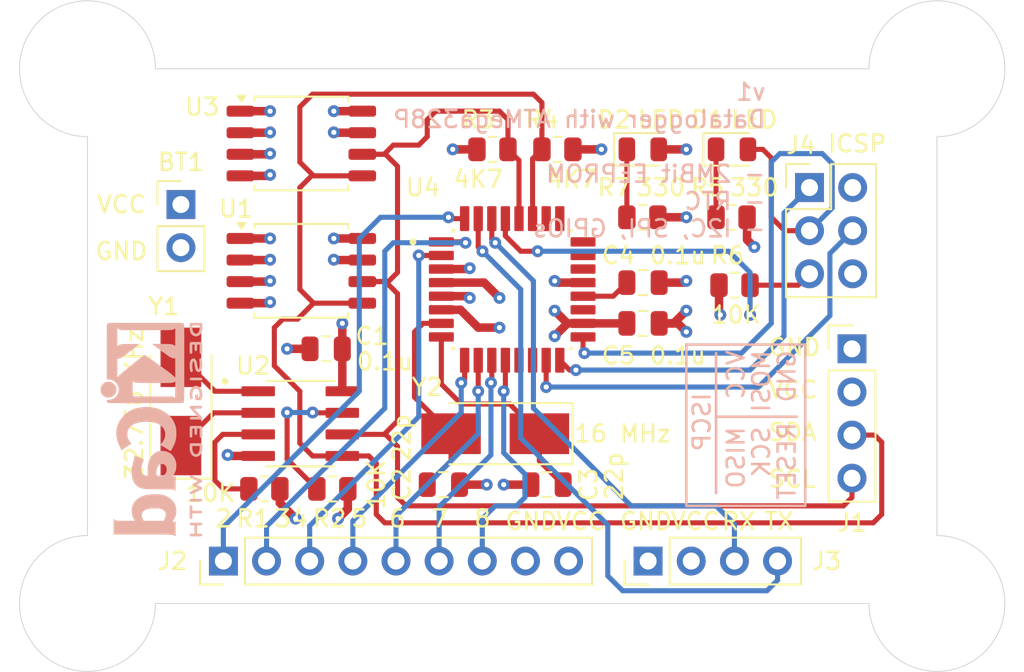
<source format=kicad_pcb>
(kicad_pcb (version 20241229) (generator "pcbnew") (generator_version "9.0")
  (title_block (title "${project_name}") (date "2025-05-21") (rev "1") (company "${author}") (comment 1 "2 Layer PCB"))
  (layers (0 "F.Cu" signal) (4 "In1.Cu" signal) (6 "In2.Cu" signal) (2 "B.Cu" signal) (13 "F.Paste" user) (15 "B.Paste" user) (5 "F.SilkS" user "F.Silkscreen") (7 "B.SilkS" user "B.Silkscreen") (1 "F.Mask" user) (3 "B.Mask" user) (25 "Edge.Cuts" user))
  (property "author" "Ing. Andrés Chaparro")
  (property "project_name" "MCU Datalogger with Memory and Clock")
  (net 0 "")
  (net 1 "VCC")
  (net 2 "GND")
  (net 3 "/XTAL_1")
  (net 4 "/XTAL_2")
  (net 5 "/AREF")
  (net 6 "/D1_K")
  (net 7 "/SCK")
  (net 8 "/D2_K")
  (net 9 "/SCL")
  (net 10 "/SDA")
  (net 11 "/D7")
  (net 12 "/D3")
  (net 13 "/D6")
  (net 14 "/D8")
  (net 15 "/D5")
  (net 16 "/D2")
  (net 17 "/D4")
  (net 18 "/RX")
  (net 19 "/TX")
  (net 20 "/MOSI")
  (net 21 "/MISO")
  (net 22 "/RESET")
  (net 23 "/INTA")
  (net 24 "/SQW")
  (net 25 "/Y1_X1")
  (net 26 "/Y1_X2")
  (footprint "Connector_PinHeader_2.54mm:PinHeader_2x03_P2.54mm_Vertical" (layer "F.Cu") (at 142.5 77)
    (property "Reference" "J4" (at -0.5 -2.5 0) (layer "F.SilkS"))
    (property "Value" "Conn_02x03_Odd_Even")
    (pad "1" thru_hole rect (at 0 0) (size 1.7 1.7) (drill 1) (layers "*.Cu" "*.Mask") (net 21 "/MISO"))
    (pad "2" thru_hole circle (at 2.54 0) (size 1.7 1.7) (drill 1) (layers "*.Cu" "*.Mask") (net 1 "VCC"))
    (pad "3" thru_hole circle (at 0 2.54) (size 1.7 1.7) (drill 1) (layers "*.Cu" "*.Mask") (net 7 "/SCK"))
    (pad "4" thru_hole circle (at 2.54 2.54) (size 1.7 1.7) (drill 1) (layers "*.Cu" "*.Mask") (net 20 "/MOSI"))
    (pad "5" thru_hole circle (at 0 5.08) (size 1.7 1.7) (drill 1) (layers "*.Cu" "*.Mask") (net 22 "/RESET"))
    (pad "6" thru_hole circle (at 2.54 5.08) (size 1.7 1.7) (drill 1) (layers "*.Cu" "*.Mask") (net 2 "GND"))
  )
  (footprint "Crystal:Crystal_SMD_5032-2Pin_5.0x3.2mm_HandSoldering" (layer "F.Cu") (at 124 91.5 180)
    (property "Reference" "Y2" (at 4 2.75 0) (layer "F.SilkS"))
    (property "Value" "16 MHz" (at -7.5 0 0) (layer "F.SilkS"))
    (pad "1" smd rect (at -2.6 0 180) (size 3.5 2.4) (layers "F.Cu" "F.Mask" "F.Paste") (net 4 "/XTAL_2"))
    (pad "2" smd rect (at 2.6 0 180) (size 3.5 2.4) (layers "F.Cu" "F.Mask" "F.Paste") (net 3 "/XTAL_1"))
  )
  (footprint "Package_SO:SOIC-8_5.3x5.3mm_P1.27mm" (layer "F.Cu") (at 112.5875 74.405)
    (property "Reference" "U3" (at -5.8375 -2.155 0) (layer "F.SilkS"))
    (property "Value" "24LC1025")
    (pad "1" smd roundrect (at -3.5875 -1.905) (size 1.625 0.65) (layers "F.Cu" "F.Mask" "F.Paste") (net 1 "VCC"))
    (pad "2" smd roundrect (at -3.5875 -0.635) (size 1.625 0.65) (layers "F.Cu" "F.Mask" "F.Paste") (net 2 "GND"))
    (pad "3" smd roundrect (at -3.5875 0.635) (size 1.625 0.65) (layers "F.Cu" "F.Mask" "F.Paste") (net 1 "VCC"))
    (pad "4" smd roundrect (at -3.5875 1.905) (size 1.625 0.65) (layers "F.Cu" "F.Mask" "F.Paste") (net 2 "GND"))
    (pad "5" smd roundrect (at 3.5875 1.905) (size 1.625 0.65) (layers "F.Cu" "F.Mask" "F.Paste") (net 10 "/SDA"))
    (pad "6" smd roundrect (at 3.5875 0.635) (size 1.625 0.65) (layers "F.Cu" "F.Mask" "F.Paste") (net 9 "/SCL"))
    (pad "7" smd roundrect (at 3.5875 -0.635) (size 1.625 0.65) (layers "F.Cu" "F.Mask" "F.Paste") (net 2 "GND"))
    (pad "8" smd roundrect (at 3.5875 -1.905) (size 1.625 0.65) (layers "F.Cu" "F.Mask" "F.Paste") (net 1 "VCC"))
  )
  (footprint "Resistor_SMD:R_0805_2012Metric" (layer "F.Cu") (at 138.0875 82.75)
    (property "Reference" "R6" (at -0.4125 -1.75 0) (layer "F.SilkS"))
    (property "Value" "10K" (at 0.0875 1.75 0) (layer "F.SilkS"))
    (pad "1" smd roundrect (at -0.9125 0) (size 1.025 1.4) (layers "F.Cu" "F.Mask" "F.Paste") (roundrect_rratio 0.243902) (net 1 "VCC"))
    (pad "2" smd roundrect (at 0.9125 0) (size 1.025 1.4) (layers "F.Cu" "F.Mask" "F.Paste") (roundrect_rratio 0.243902) (net 22 "/RESET"))
  )
  (footprint "Capacitor_SMD:C_0805_2012Metric" (layer "F.Cu") (at 114.05 86.5 180)
    (property "Reference" "C1" (at -2.7 0.75 0) (layer "F.SilkS"))
    (property "Value" "0.1u" (at -3.45 -0.75 0) (layer "F.SilkS"))
    (pad "1" smd roundrect (at -0.95 0 180) (size 1 1.45) (layers "F.Cu" "F.Mask" "F.Paste") (net 1 "VCC"))
    (pad "2" smd roundrect (at 0.95 0 180) (size 1 1.45) (layers "F.Cu" "F.Mask" "F.Paste") (net 2 "GND"))
  )
  (footprint "LED_SMD:LED_0805_2012Metric" (layer "F.Cu") (at 132.6875 74.75)
    (property "Reference" "D2" (at -1.6875 -1.75 0) (layer "F.SilkS"))
    (property "Value" "LED" (at 1.0625 -1.75 0) (layer "F.SilkS"))
    (pad "1" smd roundrect (at -0.9375 0) (size 0.975 1.4) (layers "F.Cu" "F.Mask" "F.Paste") (net 8 "/D2_K"))
    (pad "2" smd roundrect (at 0.9375 0) (size 0.975 1.4) (layers "F.Cu" "F.Mask" "F.Paste") (net 1 "VCC"))
  )
  (footprint "MountingHole:MountingHole_2.1mm" (layer "F.Cu") (at 150 101.5)
    (property "Reference" "H4")
    (property "Value" "MountingHole")
    (pad "" np_thru_hole circle (at 0 0) (size 2.1 2.1) (drill 2.1) (layers "*.Cu" "*.Mask"))
  )
  (footprint "Connector_PinHeader_2.54mm:PinHeader_1x09_P2.54mm_Vertical" (layer "F.Cu") (at 108 99 90)
    (property "Reference" "J2" (at 0 -3 180) (layer "F.SilkS"))
    (property "Value" "Conn_01x09_Pin")
    (pad "1" thru_hole rect (at 0 0 90) (size 1.7 1.7) (drill 1) (layers "*.Cu" "*.Mask") (net 16 "/D2"))
    (pad "2" thru_hole circle (at 0 2.54 90) (size 1.7 1.7) (drill 1) (layers "*.Cu" "*.Mask") (net 12 "/D3"))
    (pad "3" thru_hole circle (at 0 5.08 90) (size 1.7 1.7) (drill 1) (layers "*.Cu" "*.Mask") (net 17 "/D4"))
    (pad "4" thru_hole circle (at 0 7.62 90) (size 1.7 1.7) (drill 1) (layers "*.Cu" "*.Mask") (net 15 "/D5"))
    (pad "5" thru_hole circle (at 0 10.16 90) (size 1.7 1.7) (drill 1) (layers "*.Cu" "*.Mask") (net 13 "/D6"))
    (pad "6" thru_hole circle (at 0 12.7 90) (size 1.7 1.7) (drill 1) (layers "*.Cu" "*.Mask") (net 11 "/D7"))
    (pad "7" thru_hole circle (at 0 15.24 90) (size 1.7 1.7) (drill 1) (layers "*.Cu" "*.Mask") (net 14 "/D8"))
    (pad "8" thru_hole circle (at 0 17.78 90) (size 1.7 1.7) (drill 1) (layers "*.Cu" "*.Mask") (net 2 "GND"))
    (pad "9" thru_hole circle (at 0 20.32 90) (size 1.7 1.7) (drill 1) (layers "*.Cu" "*.Mask") (net 1 "VCC"))
  )
  (footprint "Connector_PinHeader_2.54mm:PinHeader_1x04_P2.54mm_Vertical" (layer "F.Cu") (at 133 99 90)
    (property "Reference" "J3" (at 0 10.5 0) (layer "F.SilkS"))
    (property "Value" "Conn_01x04_Pin")
    (pad "1" thru_hole rect (at 0 0 90) (size 1.7 1.7) (drill 1) (layers "*.Cu" "*.Mask") (net 2 "GND"))
    (pad "2" thru_hole circle (at 0 2.54 90) (size 1.7 1.7) (drill 1) (layers "*.Cu" "*.Mask") (net 1 "VCC"))
    (pad "3" thru_hole circle (at 0 5.08 90) (size 1.7 1.7) (drill 1) (layers "*.Cu" "*.Mask") (net 18 "/RX"))
    (pad "4" thru_hole circle (at 0 7.62 90) (size 1.7 1.7) (drill 1) (layers "*.Cu" "*.Mask") (net 19 "/TX"))
  )
  (footprint "LED_SMD:LED_0805_2012Metric" (layer "F.Cu") (at 137.9375 74.75)
    (property "Reference" "D1" (at -1.4375 -1.75 0) (layer "F.SilkS"))
    (property "Value" "LED" (at 1.3125 -1.75 0) (layer "F.SilkS"))
    (pad "1" smd roundrect (at -0.9375 0) (size 0.975 1.4) (layers "F.Cu" "F.Mask" "F.Paste") (net 6 "/D1_K"))
    (pad "2" smd roundrect (at 0.9375 0) (size 0.975 1.4) (layers "F.Cu" "F.Mask" "F.Paste") (net 7 "/SCK"))
  )
  (footprint "Resistor_SMD:R_0805_2012Metric" (layer "F.Cu") (at 137.9125 78.75)
    (property "Reference" "R5" (at -1.4125 -1.75 0) (layer "F.SilkS"))
    (property "Value" "330" (at 1.3375 -1.75 0) (layer "F.SilkS"))
    (pad "1" smd roundrect (at -0.9125 0) (size 1.025 1.4) (layers "F.Cu" "F.Mask" "F.Paste") (roundrect_rratio 0.243902) (net 6 "/D1_K"))
    (pad "2" smd roundrect (at 0.9125 0) (size 1.025 1.4) (layers "F.Cu" "F.Mask" "F.Paste") (roundrect_rratio 0.243902) (net 2 "GND"))
  )
  (footprint "Connector_PinHeader_2.54mm:PinHeader_1x04_P2.54mm_Vertical" (layer "F.Cu") (at 145 86.5)
    (property "Reference" "J1" (at 0 10.25 0) (layer "F.SilkS"))
    (property "Value" "Conn_01x04_Pin")
    (pad "1" thru_hole rect (at 0 0) (size 1.7 1.7) (drill 1) (layers "*.Cu" "*.Mask") (net 2 "GND"))
    (pad "2" thru_hole circle (at 0 2.54) (size 1.7 1.7) (drill 1) (layers "*.Cu" "*.Mask") (net 1 "VCC"))
    (pad "3" thru_hole circle (at 0 5.08) (size 1.7 1.7) (drill 1) (layers "*.Cu" "*.Mask") (net 10 "/SDA"))
    (pad "4" thru_hole circle (at 0 7.62) (size 1.7 1.7) (drill 1) (layers "*.Cu" "*.Mask") (net 9 "/SCL"))
  )
  (footprint "Capacitor_SMD:C_0805_2012Metric" (layer "F.Cu") (at 120.95 94.5)
    (property "Reference" "C2" (at -2.45 0 90) (layer "F.SilkS"))
    (property "Value" "22p" (at -2.45 -2.75 90) (layer "F.SilkS"))
    (pad "1" smd roundrect (at -0.95 0) (size 1 1.45) (layers "F.Cu" "F.Mask" "F.Paste") (net 3 "/XTAL_1"))
    (pad "2" smd roundrect (at 0.95 0) (size 1 1.45) (layers "F.Cu" "F.Mask" "F.Paste") (net 2 "GND"))
  )
  (footprint "Capacitor_SMD:C_0805_2012Metric" (layer "F.Cu") (at 132.7 85)
    (property "Reference" "C5" (at -1.45 1.9 0) (layer "F.SilkS"))
    (property "Value" "0.1u" (at 2.05 1.9 0) (layer "F.SilkS"))
    (pad "1" smd roundrect (at -0.95 0) (size 1 1.45) (layers "F.Cu" "F.Mask" "F.Paste") (net 1 "VCC"))
    (pad "2" smd roundrect (at 0.95 0) (size 1 1.45) (layers "F.Cu" "F.Mask" "F.Paste") (net 2 "GND"))
  )
  (footprint "Footprints:SOIC127P600X175-8N" (layer "F.Cu") (at 112.525 90.905)
    (property "Reference" "U2" (at -2.775 -3.405 0) (layer "F.SilkS"))
    (property "Value" "DS1337S_")
    (pad "1" smd roundrect (at -2.475 -1.905) (size 1.97 0.59) (layers "F.Cu" "F.Mask" "F.Paste") (roundrect_rratio 0.125) (net 25 "/Y1_X1"))
    (pad "2" smd roundrect (at -2.475 -0.635) (size 1.97 0.59) (layers "F.Cu" "F.Mask" "F.Paste") (roundrect_rratio 0.125) (net 26 "/Y1_X2"))
    (pad "3" smd roundrect (at -2.475 0.635) (size 1.97 0.59) (layers "F.Cu" "F.Mask" "F.Paste") (roundrect_rratio 0.125) (net 23 "/INTA"))
    (pad "4" smd roundrect (at -2.475 1.905) (size 1.97 0.59) (layers "F.Cu" "F.Mask" "F.Paste") (roundrect_rratio 0.125) (net 2 "GND"))
    (pad "5" smd roundrect (at 2.475 1.905) (size 1.97 0.59) (layers "F.Cu" "F.Mask" "F.Paste") (roundrect_rratio 0.125) (net 10 "/SDA"))
    (pad "6" smd roundrect (at 2.475 0.635) (size 1.97 0.59) (layers "F.Cu" "F.Mask" "F.Paste") (roundrect_rratio 0.125) (net 9 "/SCL"))
    (pad "7" smd roundrect (at 2.475 -0.635) (size 1.97 0.59) (layers "F.Cu" "F.Mask" "F.Paste") (roundrect_rratio 0.125) (net 24 "/SQW"))
    (pad "8" smd roundrect (at 2.475 -1.905) (size 1.97 0.59) (layers "F.Cu" "F.Mask" "F.Paste") (roundrect_rratio 0.125) (net 1 "VCC"))
  )
  (footprint "Footprints:QFP80P900X900X120-32N" (layer "F.Cu") (at 125 83)
    (property "Reference" "U4" (at -5.25 -6 0) (layer "F.SilkS"))
    (property "Value" "ATMEGA328P-AU")
    (pad "1" smd roundrect (at -4.17 -2.8) (size 1.47 0.55) (layers "F.Cu" "F.Mask" "F.Paste") (roundrect_rratio 0.125) (net 12 "/D3"))
    (pad "2" smd roundrect (at -4.17 -2) (size 1.47 0.55) (layers "F.Cu" "F.Mask" "F.Paste") (roundrect_rratio 0.125) (net 17 "/D4"))
    (pad "3" smd roundrect (at -4.17 -1.2) (size 1.47 0.55) (layers "F.Cu" "F.Mask" "F.Paste") (roundrect_rratio 0.125) (net 2 "GND"))
    (pad "4" smd roundrect (at -4.17 -0.4) (size 1.47 0.55) (layers "F.Cu" "F.Mask" "F.Paste") (roundrect_rratio 0.125) (net 1 "VCC"))
    (pad "5" smd roundrect (at -4.17 0.4) (size 1.47 0.55) (layers "F.Cu" "F.Mask" "F.Paste") (roundrect_rratio 0.125) (net 2 "GND"))
    (pad "6" smd roundrect (at -4.17 1.2) (size 1.47 0.55) (layers "F.Cu" "F.Mask" "F.Paste") (roundrect_rratio 0.125) (net 1 "VCC"))
    (pad "7" smd roundrect (at -4.17 2) (size 1.47 0.55) (layers "F.Cu" "F.Mask" "F.Paste") (roundrect_rratio 0.125) (net 3 "/XTAL_1"))
    (pad "8" smd roundrect (at -4.17 2.8) (size 1.47 0.55) (layers "F.Cu" "F.Mask" "F.Paste") (roundrect_rratio 0.125) (net 4 "/XTAL_2"))
    (pad "9" smd roundrect (at -2.8 4.17) (size 0.55 1.47) (layers "F.Cu" "F.Mask" "F.Paste") (roundrect_rratio 0.125) (net 15 "/D5"))
    (pad "10" smd roundrect (at -2 4.17) (size 0.55 1.47) (layers "F.Cu" "F.Mask" "F.Paste") (roundrect_rratio 0.125) (net 13 "/D6"))
    (pad "11" smd roundrect (at -1.2 4.17) (size 0.55 1.47) (layers "F.Cu" "F.Mask" "F.Paste") (roundrect_rratio 0.125) (net 11 "/D7"))
    (pad "12" smd roundrect (at -0.4 4.17) (size 0.55 1.47) (layers "F.Cu" "F.Mask" "F.Paste") (roundrect_rratio 0.125) (net 14 "/D8"))
    (pad "13" smd roundrect (at 0.4 4.17) (size 0.55 1.47) (layers "F.Cu" "F.Mask" "F.Paste") (roundrect_rratio 0.125))
    (pad "14" smd roundrect (at 1.2 4.17) (size 0.55 1.47) (layers "F.Cu" "F.Mask" "F.Paste") (roundrect_rratio 0.125))
    (pad "15" smd roundrect (at 2 4.17) (size 0.55 1.47) (layers "F.Cu" "F.Mask" "F.Paste") (roundrect_rratio 0.125) (net 20 "/MOSI"))
    (pad "16" smd roundrect (at 2.8 4.17) (size 0.55 1.47) (layers "F.Cu" "F.Mask" "F.Paste") (roundrect_rratio 0.125) (net 21 "/MISO"))
    (pad "17" smd roundrect (at 4.17 2.8) (size 1.47 0.55) (layers "F.Cu" "F.Mask" "F.Paste") (roundrect_rratio 0.125) (net 7 "/SCK"))
    (pad "18" smd roundrect (at 4.17 2) (size 1.47 0.55) (layers "F.Cu" "F.Mask" "F.Paste") (roundrect_rratio 0.125) (net 1 "VCC"))
    (pad "19" smd roundrect (at 4.17 1.2) (size 1.47 0.55) (layers "F.Cu" "F.Mask" "F.Paste") (roundrect_rratio 0.125))
    (pad "20" smd roundrect (at 4.17 0.4) (size 1.47 0.55) (layers "F.Cu" "F.Mask" "F.Paste") (roundrect_rratio 0.125) (net 5 "/AREF"))
    (pad "21" smd roundrect (at 4.17 -0.4) (size 1.47 0.55) (layers "F.Cu" "F.Mask" "F.Paste") (roundrect_rratio 0.125) (net 2 "GND"))
    (pad "22" smd roundrect (at 4.17 -1.2) (size 1.47 0.55) (layers "F.Cu" "F.Mask" "F.Paste") (roundrect_rratio 0.125))
    (pad "23" smd roundrect (at 4.17 -2) (size 1.47 0.55) (layers "F.Cu" "F.Mask" "F.Paste") (roundrect_rratio 0.125))
    (pad "24" smd roundrect (at 4.17 -2.8) (size 1.47 0.55) (layers "F.Cu" "F.Mask" "F.Paste") (roundrect_rratio 0.125))
    (pad "25" smd roundrect (at 2.8 -4.17) (size 0.55 1.47) (layers "F.Cu" "F.Mask" "F.Paste") (roundrect_rratio 0.125))
    (pad "26" smd roundrect (at 2 -4.17) (size 0.55 1.47) (layers "F.Cu" "F.Mask" "F.Paste") (roundrect_rratio 0.125))
    (pad "27" smd roundrect (at 1.2 -4.17) (size 0.55 1.47) (layers "F.Cu" "F.Mask" "F.Paste") (roundrect_rratio 0.125) (net 10 "/SDA"))
    (pad "28" smd roundrect (at 0.4 -4.17) (size 0.55 1.47) (layers "F.Cu" "F.Mask" "F.Paste") (roundrect_rratio 0.125) (net 9 "/SCL"))
    (pad "29" smd roundrect (at -0.4 -4.17) (size 0.55 1.47) (layers "F.Cu" "F.Mask" "F.Paste") (roundrect_rratio 0.125) (net 22 "/RESET"))
    (pad "30" smd roundrect (at -1.2 -4.17) (size 0.55 1.47) (layers "F.Cu" "F.Mask" "F.Paste") (roundrect_rratio 0.125) (net 18 "/RX"))
    (pad "31" smd roundrect (at -2 -4.17) (size 0.55 1.47) (layers "F.Cu" "F.Mask" "F.Paste") (roundrect_rratio 0.125) (net 19 "/TX"))
    (pad "32" smd roundrect (at -2.8 -4.17) (size 0.55 1.47) (layers "F.Cu" "F.Mask" "F.Paste") (roundrect_rratio 0.125) (net 16 "/D2"))
  )
  (footprint "Resistor_SMD:R_0805_2012Metric" (layer "F.Cu") (at 127.6625 74.75 180)
    (property "Reference" "R4" (at 0.9125 1.75 0) (layer "F.SilkS"))
    (property "Value" "4K7" (at -0.8375 -1.75 0) (layer "F.SilkS"))
    (pad "1" smd roundrect (at -0.9125 0 180) (size 1.025 1.4) (layers "F.Cu" "F.Mask" "F.Paste") (roundrect_rratio 0.243902) (net 1 "VCC"))
    (pad "2" smd roundrect (at 0.9125 0 180) (size 1.025 1.4) (layers "F.Cu" "F.Mask" "F.Paste") (roundrect_rratio 0.243902) (net 10 "/SDA"))
  )
  (footprint "MountingHole:MountingHole_2.1mm" (layer "F.Cu") (at 100 101.5)
    (property "Reference" "H2")
    (property "Value" "MountingHole")
    (pad "" np_thru_hole circle (at 0 0) (size 2.1 2.1) (drill 2.1) (layers "*.Cu" "*.Mask"))
  )
  (footprint "Capacitor_SMD:C_0805_2012Metric" (layer "F.Cu") (at 132.7 82.6)
    (property "Reference" "C4" (at -1.45 -1.6 0) (layer "F.SilkS"))
    (property "Value" "0.1u" (at 2.05 -1.6 0) (layer "F.SilkS"))
    (pad "1" smd roundrect (at -0.95 0) (size 1 1.45) (layers "F.Cu" "F.Mask" "F.Paste") (net 5 "/AREF"))
    (pad "2" smd roundrect (at 0.95 0) (size 1 1.45) (layers "F.Cu" "F.Mask" "F.Paste") (net 2 "GND"))
  )
  (footprint "Resistor_SMD:R_0805_2012Metric" (layer "F.Cu") (at 114.4125 94.75 180)
    (property "Reference" "R2" (at 0.1625 -1.75 0) (layer "F.SilkS"))
    (property "Value" "10K" (at -2.5875 0.25 90) (layer "F.SilkS"))
    (pad "1" smd roundrect (at -0.9125 0 180) (size 1.025 1.4) (layers "F.Cu" "F.Mask" "F.Paste") (roundrect_rratio 0.243902) (net 1 "VCC"))
    (pad "2" smd roundrect (at 0.9125 0 180) (size 1.025 1.4) (layers "F.Cu" "F.Mask" "F.Paste") (roundrect_rratio 0.243902) (net 24 "/SQW"))
  )
  (footprint "MountingHole:MountingHole_2.1mm" (layer "F.Cu") (at 100 70)
    (property "Reference" "H1")
    (property "Value" "MountingHole")
    (pad "" np_thru_hole circle (at 0 0) (size 2.1 2.1) (drill 2.1) (layers "*.Cu" "*.Mask"))
  )
  (footprint "MountingHole:MountingHole_2.1mm" (layer "F.Cu") (at 150 70)
    (property "Reference" "H3")
    (property "Value" "MountingHole")
    (pad "" np_thru_hole circle (at 0 0) (size 2.1 2.1) (drill 2.1) (layers "*.Cu" "*.Mask"))
  )
  (footprint "Crystal:Crystal_SMD_5032-2Pin_5.0x3.2mm_HandSoldering" (layer "F.Cu") (at 105.5 89.6 90)
    (property "Reference" "Y1" (at 5.6 -1 0) (layer "F.SilkS"))
    (property "Value" "32.768 KHz" (at -0.15 -2.75 90) (layer "F.SilkS"))
    (pad "1" smd rect (at -2.6 0 90) (size 3.5 2.4) (layers "F.Cu" "F.Mask" "F.Paste") (net 26 "/Y1_X2"))
    (pad "2" smd rect (at 2.6 0 90) (size 3.5 2.4) (layers "F.Cu" "F.Mask" "F.Paste") (net 25 "/Y1_X1"))
  )
  (footprint "Resistor_SMD:R_0805_2012Metric" (layer "F.Cu") (at 123.8375 74.75)
    (property "Reference" "R3" (at -0.8375 -1.75 0) (layer "F.SilkS"))
    (property "Value" "4K7" (at -0.8375 1.75 0) (layer "F.SilkS"))
    (pad "1" smd roundrect (at -0.9125 0) (size 1.025 1.4) (layers "F.Cu" "F.Mask" "F.Paste") (roundrect_rratio 0.243902) (net 1 "VCC"))
    (pad "2" smd roundrect (at 0.9125 0) (size 1.025 1.4) (layers "F.Cu" "F.Mask" "F.Paste") (roundrect_rratio 0.243902) (net 9 "/SCL"))
  )
  (footprint "Resistor_SMD:R_0805_2012Metric" (layer "F.Cu") (at 132.6625 78.75)
    (property "Reference" "R7" (at -1.6625 -1.75 0) (layer "F.SilkS"))
    (property "Value" "330" (at 1.0875 -1.75 0) (layer "F.SilkS"))
    (pad "1" smd roundrect (at -0.9125 0) (size 1.025 1.4) (layers "F.Cu" "F.Mask" "F.Paste") (roundrect_rratio 0.243902) (net 8 "/D2_K"))
    (pad "2" smd roundrect (at 0.9125 0) (size 1.025 1.4) (layers "F.Cu" "F.Mask" "F.Paste") (roundrect_rratio 0.243902) (net 2 "GND"))
  )
  (footprint "Capacitor_SMD:C_0805_2012Metric" (layer "F.Cu") (at 127.05 94.5 180)
    (property "Reference" "C3" (at -2.45 0 90) (layer "F.SilkS"))
    (property "Value" "22p" (at -3.95 0.5 90) (layer "F.SilkS"))
    (pad "1" smd roundrect (at -0.95 0 180) (size 1 1.45) (layers "F.Cu" "F.Mask" "F.Paste") (net 4 "/XTAL_2"))
    (pad "2" smd roundrect (at 0.95 0 180) (size 1 1.45) (layers "F.Cu" "F.Mask" "F.Paste") (net 2 "GND"))
  )
  (footprint "Resistor_SMD:R_0805_2012Metric" (layer "F.Cu") (at 110.4125 94.75 180)
    (property "Reference" "R1" (at 0.6625 -1.75 0) (layer "F.SilkS"))
    (property "Value" "10K" (at 3.1625 -0.25 0) (layer "F.SilkS"))
    (pad "1" smd roundrect (at -0.9125 0 180) (size 1.025 1.4) (layers "F.Cu" "F.Mask" "F.Paste") (roundrect_rratio 0.243902) (net 1 "VCC"))
    (pad "2" smd roundrect (at 0.9125 0 180) (size 1.025 1.4) (layers "F.Cu" "F.Mask" "F.Paste") (roundrect_rratio 0.243902) (net 23 "/INTA"))
  )
  (footprint "Connector_PinHeader_2.54mm:PinHeader_1x02_P2.54mm_Vertical" (layer "F.Cu") (at 105.5 78)
    (property "Reference" "BT1" (at 0 -2.5 0) (layer "F.SilkS"))
    (property "Value" "Battery")
    (pad "1" thru_hole rect (at 0 0) (size 1.7 1.7) (drill 1) (layers "*.Cu" "*.Mask") (net 1 "VCC"))
    (pad "2" thru_hole circle (at 0 2.54) (size 1.7 1.7) (drill 1) (layers "*.Cu" "*.Mask") (net 2 "GND"))
  )
  (footprint "Package_SO:SOIC-8_5.3x5.3mm_P1.27mm" (layer "F.Cu") (at 112.5875 81.905)
    (property "Reference" "U1" (at -3.8375 -3.655 0) (layer "F.SilkS"))
    (property "Value" "24LC1025")
    (pad "1" smd roundrect (at -3.5875 -1.905) (size 1.625 0.65) (layers "F.Cu" "F.Mask" "F.Paste") (net 1 "VCC"))
    (pad "2" smd roundrect (at -3.5875 -0.635) (size 1.625 0.65) (layers "F.Cu" "F.Mask" "F.Paste") (net 1 "VCC"))
    (pad "3" smd roundrect (at -3.5875 0.635) (size 1.625 0.65) (layers "F.Cu" "F.Mask" "F.Paste") (net 1 "VCC"))
    (pad "4" smd roundrect (at -3.5875 1.905) (size 1.625 0.65) (layers "F.Cu" "F.Mask" "F.Paste") (net 2 "GND"))
    (pad "5" smd roundrect (at 3.5875 1.905) (size 1.625 0.65) (layers "F.Cu" "F.Mask" "F.Paste") (net 10 "/SDA"))
    (pad "6" smd roundrect (at 3.5875 0.635) (size 1.625 0.65) (layers "F.Cu" "F.Mask" "F.Paste") (net 9 "/SCL"))
    (pad "7" smd roundrect (at 3.5875 -0.635) (size 1.625 0.65) (layers "F.Cu" "F.Mask" "F.Paste") (net 2 "GND"))
    (pad "8" smd roundrect (at 3.5875 -1.905) (size 1.625 0.65) (layers "F.Cu" "F.Mask" "F.Paste") (net 1 "VCC"))
  )
  (footprint "Symbol:KiCad-Logo2_5mm_SilkScreen" (layer "B.Cu") (at 103.75 91.25 -90)
    (property "Reference" "REF**" (hide yes))
    (property "Value" "KiCad-Logo2_5mm_SilkScreen" (hide yes))
  )
  (gr_line (start 137 90.5) (end 141.75 90.5) (stroke (width 0.15)) (layer "B.SilkS"))
  (gr_line (start 137 95) (end 137 86.75) (stroke (width 0.15)) (layer "B.SilkS"))
  (gr_rect (start 135.25 86.25) (end 142.25 95.75) (stroke (width 0.15)) (fill no) (layer "B.SilkS"))
  (gr_arc (start 100 74) (mid 97.171573 67.171573) (end 104 70) (stroke (width 0.05)) (layer "Edge.Cuts"))
  (gr_arc (start 146 70) (mid 152.828427 67.171573) (end 150 74) (stroke (width 0.05)) (layer "Edge.Cuts"))
  (gr_line (start 150 97.5) (end 150 74) (stroke (width 0.05)) (layer "Edge.Cuts"))
  (gr_line (start 146 70) (end 104 70) (stroke (width 0.05)) (layer "Edge.Cuts"))
  (gr_line (start 104 101.5) (end 146 101.5) (stroke (width 0.05)) (layer "Edge.Cuts"))
  (gr_arc (start 104 101.5) (mid 97.171573 104.328427) (end 100 97.5) (stroke (width 0.05)) (layer "Edge.Cuts"))
  (gr_line (start 100 74) (end 100 97.5) (stroke (width 0.05)) (layer "Edge.Cuts"))
  (gr_arc (start 150 97.5) (mid 152.828427 104.328427) (end 146 101.5) (stroke (width 0.05)) (layer "Edge.Cuts"))
  (gr_text "VCC" (at 134.25 97.25 0) (layer "F.SilkS") (effects (font (size 1 1)) (justify left bottom)))
  (gr_text "TX" (at 139.75 97.25 0) (layer "F.SilkS") (effects (font (size 1 1)) (justify left bottom)))
  (gr_text "GND" (at 140 87 0) (layer "F.SilkS") (effects (font (size 1 1)) (justify left bottom)))
  (gr_text "VCC" (at 127.5 97.25 0) (layer "F.SilkS") (effects (font (size 1 1)) (justify left bottom)))
  (gr_text "RX" (at 137.25 97.25 0) (layer "F.SilkS") (effects (font (size 1 1)) (justify left bottom)))
  (gr_text "GND" (at 124.5 97.25 0) (layer "F.SilkS") (effects (font (size 1 1)) (justify left bottom)))
  (gr_text "8" (at 123.25 96.5 0) (layer "F.SilkS") (effects (font (size 1 1))))
  (gr_text "7" (at 120.75 96.5 0) (layer "F.SilkS") (effects (font (size 1 1))))
  (gr_text "SCL" (at 140 94.75 0) (layer "F.SilkS") (effects (font (size 1 1)) (justify left bottom)))
  (gr_text "6" (at 118.25 96.5 0) (layer "F.SilkS") (effects (font (size 1 1))))
  (gr_text "2" (at 108 96.5 0) (layer "F.SilkS") (effects (font (size 1 1))))
  (gr_text "SDA" (at 140 92 0) (layer "F.SilkS") (effects (font (size 1 1)) (justify left bottom)))
  (gr_text "ICSP" (at 143.5 75 0) (layer "F.SilkS") (effects (font (size 1 1)) (justify left bottom)))
  (gr_text "5" (at 116 96.5 0) (layer "F.SilkS") (effects (font (size 1 1))))
  (gr_text "VCC" (at 102 78 0) (layer "F.SilkS") (effects (font (size 1 1))))
  (gr_text "GND" (at 131.25 97.25 0) (layer "F.SilkS") (effects (font (size 1 1)) (justify left bottom)))
  (gr_text "3" (at 111.5 96.5 0) (layer "F.SilkS") (effects (font (size 1 1))))
  (gr_text "VCC" (at 140 89.5 0) (layer "F.SilkS") (effects (font (size 1 1)) (justify left bottom)))
  (gr_text "GND" (at 102 80.75 0) (layer "F.SilkS") (effects (font (size 1 1))))
  (gr_text "4" (at 112.5 96.5 0) (layer "F.SilkS") (effects (font (size 1 1))))
  (gr_text "MOSI" (at 140.25 86.5 90) (layer "B.SilkS") (effects (font (size 1 1)) (justify left bottom mirror)))
  (gr_text "MISO" (at 138.75 91 90) (layer "B.SilkS") (effects (font (size 1 1)) (justify left bottom mirror)))
  (gr_text "VCC" (at 138.75 86.5 90) (layer "B.SilkS") (effects (font (size 1 1)) (justify left bottom mirror)))
  (gr_text "ISCP" (at 136.75 89 90) (layer "B.SilkS") (effects (font (size 1 1)) (justify left bottom mirror)))
  (gr_text "GND" (at 141.75 86.5 90) (layer "B.SilkS") (effects (font (size 1 1)) (justify left bottom mirror)))
  (gr_text "SCK" (at 140.25 91 90) (layer "B.SilkS") (effects (font (size 1 1)) (justify left bottom mirror)))
  (gr_text "v1\nDatalogger with ATMega328P\n\n- 2MBit EEPROM\n- RTC\n- I2C, SPI, GPIOs" (at 140 80 0) (layer "B.SilkS") (effects (font (size 1 1)) (justify left bottom mirror)))
  (gr_text "RESET" (at 141.75 90.75 90) (layer "B.SilkS") (effects (font (size 1 1)) (justify left bottom mirror)))
  (segment (start 129.17 85) (end 128.25 85) (width 0.5) (layer "F.Cu") (net 1))
  (segment (start 121.95 84.2) (end 120.83 84.2) (width 0.5) (layer "F.Cu") (net 1))
  (segment (start 115 86.5) (end 115 85) (width 0.5) (layer "F.Cu") (net 1))
  (segment (start 110.73 81.27) (end 110.75 81.25) (width 0.5) (layer "F.Cu") (net 1))
  (segment (start 123 85.25) (end 121.95 84.2) (width 0.5) (layer "F.Cu") (net 1))
  (segment (start 131.75 85) (end 129.17 85) (width 0.5) (layer "F.Cu") (net 1))
  (segment (start 122.925 74.75) (end 121.5 74.75) (width 0.5) (layer "F.Cu") (net 1))
  (segment (start 115 89) (end 115 86.5) (width 0.5) (layer "F.Cu") (net 1))
  (segment (start 110.71 75.04) (end 110.75 75) (width 0.5) (layer "F.Cu") (net 1))
  (segment (start 109 80) (end 110.75 80) (width 0.5) (layer "F.Cu") (net 1))
  (segment (start 123.35 82.6) (end 124.25 83.5) (width 0.5) (layer "F.Cu") (net 1))
  (segment (start 137.175 84.425) (end 137.25 84.5) (width 0.5) (layer "F.Cu") (net 1))
  (segment (start 128.25 85) (end 127.5 85.75) (width 0.5) (layer "F.Cu") (net 1))
  (segment (start 115.325 94.75) (end 115.325 95.925) (width 0.5) (layer "F.Cu") (net 1))
  (segment (start 128.25 85) (end 127.5 84.25) (width 0.5) (layer "F.Cu") (net 1))
  (segment (start 109 82.54) (end 110.71 82.54) (width 0.5) (layer "F.Cu") (net 1))
  (segment (start 137.175 82.75) (end 137.175 84.425) (width 0.5) (layer "F.Cu") (net 1))
  (segment (start 115.325 95.925) (end 114.75 96.5) (width 0.5) (layer "F.Cu") (net 1))
  (segment (start 115.25 94.75) (end 115.325 94.75) (width 0.5) (layer "F.Cu") (net 1))
  (segment (start 116.175 72.5) (end 114.5 72.5) (width 0.5) (layer "F.Cu") (net 1))
  (segment (start 124.25 85.25) (end 123 85.25) (width 0.5) (layer "F.Cu") (net 1))
  (segment (start 133.625 74.75) (end 135 74.75) (width 0.5) (layer "F.Cu") (net 1))
  (segment (start 109 72.5) (end 110.75 72.5) (width 0.5) (layer "F.Cu") (net 1))
  (segment (start 109 81.27) (end 110.73 81.27) (width 0.5) (layer "F.Cu") (net 1))
  (segment (start 109 75.04) (end 110.71 75.04) (width 0.5) (layer "F.Cu") (net 1))
  (segment (start 116.175 80) (end 114.5 80) (width 0.5) (layer "F.Cu") (net 1))
  (segment (start 111.325 94.75) (end 111.325 95.575) (width 0.5) (layer "F.Cu") (net 1))
  (segment (start 110.71 82.54) (end 110.75 82.5) (width 0.5) (layer "F.Cu") (net 1))
  (segment (start 111.325 95.575) (end 112.25 96.5) (width 0.5) (layer "F.Cu") (net 1))
  (segment (start 123.35 82.6) (end 120.83 82.6) (width 0.5) (layer "F.Cu") (net 1))
  (segment (start 128.575 74.75) (end 130.25 74.75) (width 0.5) (layer "F.Cu") (net 1))
  (via (at 114.5 72.5) (size 0.7) (drill 0.3) (layers "F.Cu" "B.Cu") (net 1))
  (via (at 110.75 82.5) (size 0.7) (drill 0.3) (layers "F.Cu" "B.Cu") (net 1))
  (via (at 124.25 85.25) (size 0.7) (drill 0.3) (layers "F.Cu" "B.Cu") (net 1))
  (via (at 110.75 81.25) (size 0.7) (drill 0.3) (layers "F.Cu" "B.Cu") (net 1))
  (via (at 114.75 96.5) (size 0.7) (drill 0.3) (layers "F.Cu" "B.Cu") (net 1))
  (via (at 110.75 72.5) (size 0.7) (drill 0.3) (layers "F.Cu" "B.Cu") (net 1))
  (via (at 110.75 75) (size 0.7) (drill 0.3) (layers "F.Cu" "B.Cu") (net 1))
  (via (at 137.25 84.5) (size 0.7) (drill 0.3) (layers "F.Cu" "B.Cu") (net 1))
  (via (at 110.75 80) (size 0.7) (drill 0.3) (layers "F.Cu" "B.Cu") (net 1))
  (via (at 112.25 96.5) (size 0.7) (drill 0.3) (layers "F.Cu" "B.Cu") (net 1))
  (via (at 127.5 85.75) (size 0.7) (drill 0.3) (layers "F.Cu" "B.Cu") (net 1))
  (via (at 135.25 74.75) (size 0.7) (drill 0.3) (layers "F.Cu" "B.Cu") (net 1))
  (via (at 115 85) (size 0.7) (drill 0.3) (layers "F.Cu" "B.Cu") (net 1))
  (via (at 114.5 80) (size 0.7) (drill 0.3) (layers "F.Cu" "B.Cu") (net 1))
  (via (at 130.25 74.75) (size 0.7) (drill 0.3) (layers "F.Cu" "B.Cu") (net 1))
  (via (at 121.5 74.75) (size 0.7) (drill 0.3) (layers "F.Cu" "B.Cu") (net 1))
  (via (at 127.5 84.25) (size 0.7) (drill 0.3) (layers "F.Cu" "B.Cu") (net 1))
  (via (at 124.25 83.5) (size 0.7) (drill 0.3) (layers "F.Cu" "B.Cu") (net 1))
  (segment (start 114.52 73.77) (end 114.5 73.75) (width 0.5) (layer "F.Cu") (net 2))
  (segment (start 109 76.31) (end 110.69 76.31) (width 0.5) (layer "F.Cu") (net 2))
  (segment (start 122.45 81.8) (end 122.5 81.75) (width 0.5) (layer "F.Cu") (net 2))
  (segment (start 121.9 94.5) (end 123.5 94.5) (width 0.5) (layer "F.Cu") (net 2))
  (segment (start 127.6 82.6) (end 127.5 82.5) (width 0.5) (layer "F.Cu") (net 2))
  (segment (start 120.83 83.4) (end 122.4 83.4) (width 0.5) (layer "F.Cu") (net 2))
  (segment (start 134.75 85) (end 135.25 85.5) (width 0.5) (layer "F.Cu") (net 2))
  (segment (start 114.52 81.27) (end 114.5 81.25) (width 0.5) (layer "F.Cu") (net 2))
  (segment (start 138.825 80.075) (end 139.25 80.5) (width 0.5) (layer "F.Cu") (net 2))
  (segment (start 122.4 83.4) (end 122.5 83.5) (width 0.5) (layer "F.Cu") (net 2))
  (segment (start 133.575 78.75) (end 135.25 78.75) (width 0.5) (layer "F.Cu") (net 2))
  (segment (start 133.65 85) (end 134.5 85) (width 0.5) (layer "F.Cu") (net 2))
  (segment (start 129.17 82.6) (end 127.6 82.6) (width 0.5) (layer "F.Cu") (net 2))
  (segment (start 110.69 76.31) (end 110.75 76.25) (width 0.5) (layer "F.Cu") (net 2))
  (segment (start 113.1 86.5) (end 111.75 86.5) (width 0.5) (layer "F.Cu") (net 2))
  (segment (start 108.31 92.81) (end 108.25 92.75) (width 0.5) (layer "F.Cu") (net 2))
  (segment (start 116.175 73.77) (end 114.52 73.77) (width 0.5) (layer "F.Cu") (net 2))
  (segment (start 110.69 83.81) (end 110.75 83.75) (width 0.5) (layer "F.Cu") (net 2))
  (segment (start 109 73.77) (end 110.73 73.77) (width 0.5) (layer "F.Cu") (net 2))
  (segment (start 110.73 73.77) (end 110.75 73.75) (width 0.5) (layer "F.Cu") (net 2))
  (segment (start 116.175 81.27) (end 114.52 81.27) (width 0.5) (layer "F.Cu") (net 2))
  (segment (start 138.825 78.75) (end 138.825 80.075) (width 0.5) (layer "F.Cu") (net 2))
  (segment (start 109 83.81) (end 110.69 83.81) (width 0.5) (layer "F.Cu") (net 2))
  (segment (start 110.05 92.81) (end 108.31 92.81) (width 0.5) (layer "F.Cu") (net 2))
  (segment (start 135.15 82.6) (end 135.25 82.5) (width 0.5) (layer "F.Cu") (net 2))
  (segment (start 133.65 85) (end 134.75 85) (width 0.5) (layer "F.Cu") (net 2))
  (segment (start 133.65 82.6) (end 135.15 82.6) (width 0.5) (layer "F.Cu") (net 2))
  (segment (start 120.83 81.8) (end 122.45 81.8) (width 0.5) (layer "F.Cu") (net 2))
  (segment (start 126.1 94.5) (end 124.5 94.5) (width 0.5) (layer "F.Cu") (net 2))
  (segment (start 134.5 85) (end 135.25 84.25) (width 0.5) (layer "F.Cu") (net 2))
  (via (at 139.25 80.5) (size 0.7) (drill 0.3) (layers "F.Cu" "B.Cu") (net 2))
  (via (at 127.5 82.5) (size 0.7) (drill 0.3) (layers "F.Cu" "B.Cu") (net 2))
  (via (at 124.5 94.5) (size 0.7) (drill 0.3) (layers "F.Cu" "B.Cu") (net 2))
  (via (at 110.75 83.75) (size 0.7) (drill 0.3) (layers "F.Cu" "B.Cu") (net 2))
  (via (at 110.75 73.75) (size 0.7) (drill 0.3) (layers "F.Cu" "B.Cu") (net 2))
  (via (at 135.25 85.5) (size 0.7) (drill 0.3) (layers "F.Cu" "B.Cu") (net 2))
  (via (at 108.25 92.75) (size 0.7) (drill 0.3) (layers "F.Cu" "B.Cu") (net 2))
  (via (at 122.5 83.5) (size 0.7) (drill 0.3) (layers "F.Cu" "B.Cu") (net 2))
  (via (at 111.75 86.5) (size 0.7) (drill 0.3) (layers "F.Cu" "B.Cu") (net 2))
  (via (at 110.75 76.25) (size 0.7) (drill 0.3) (layers "F.Cu" "B.Cu") (net 2))
  (via (at 135.25 84.25) (size 0.7) (drill 0.3) (layers "F.Cu" "B.Cu") (net 2))
  (via (at 123.5 94.5) (size 0.7) (drill 0.3) (layers "F.Cu" "B.Cu") (net 2))
  (via (at 114.5 73.75) (size 0.7) (drill 0.3) (layers "F.Cu" "B.Cu") (net 2))
  (via (at 135.25 78.75) (size 0.7) (drill 0.3) (layers "F.Cu" "B.Cu") (net 2))
  (via (at 135.25 82.5) (size 0.7) (drill 0.3) (layers "F.Cu" "B.Cu") (net 2))
  (via (at 122.5 81.75) (size 0.7) (drill 0.3) (layers "F.Cu" "B.Cu") (net 2))
  (via (at 114.5 81.25) (size 0.7) (drill 0.3) (layers "F.Cu" "B.Cu") (net 2))
  (segment (start 119.25 85.5) (end 119.25 89.25) (width 0.3) (layer "F.Cu") (net 3))
  (segment (start 120.83 85) (end 119.75 85) (width 0.3) (layer "F.Cu") (net 3))
  (segment (start 121.4 91.5) (end 119.25 89.35) (width 0.3) (layer "F.Cu") (net 3))
  (segment (start 119.25 89.35) (end 119.25 89.25) (width 0.3) (layer "F.Cu") (net 3))
  (segment (start 121.4 93.1) (end 120 94.5) (width 0.3) (layer "F.Cu") (net 3))
  (segment (start 119.75 85) (end 119.5 85.25) (width 0.3) (layer "F.Cu") (net 3))
  (segment (start 121.4 91.5) (end 121.4 93.1) (width 0.3) (layer "F.Cu") (net 3))
  (segment (start 119.5 85.25) (end 119.25 85.5) (width 0.3) (layer "F.Cu") (net 3))
  (segment (start 126.6 93.1) (end 128 94.5) (width 0.3) (layer "F.Cu") (net 4))
  (segment (start 124.85 89.75) (end 122 89.75) (width 0.3) (layer "F.Cu") (net 4))
  (segment (start 120.83 88.58) (end 122 89.75) (width 0.3) (layer "F.Cu") (net 4))
  (segment (start 126.6 91.5) (end 124.85 89.75) (width 0.3) (layer "F.Cu") (net 4))
  (segment (start 126.6 91.5) (end 126.6 93.1) (width 0.3) (layer "F.Cu") (net 4))
  (segment (start 120.83 85.8) (end 120.83 88.58) (width 0.3) (layer "F.Cu") (net 4))
  (segment (start 129.17 83.4) (end 130.95 83.4) (width 0.3) (layer "F.Cu") (net 5))
  (segment (start 130.95 83.4) (end 131.75 82.6) (width 0.3) (layer "F.Cu") (net 5))
  (segment (start 137 74.75) (end 137 78.75) (width 0.3) (layer "F.Cu") (net 6))
  (segment (start 140.25 75.25) (end 140.25 78.75) (width 0.3) (layer "F.Cu") (net 7))
  (segment (start 129.17 85.8) (end 129.17 86.67) (width 0.3) (layer "F.Cu") (net 7))
  (segment (start 138.875 74.75) (end 139.75 74.75) (width 0.3) (layer "F.Cu") (net 7))
  (segment (start 141.04 79.54) (end 142.5 79.54) (width 0.3) (layer "F.Cu") (net 7))
  (segment (start 140.25 78.75) (end 141.04 79.54) (width 0.3) (layer "F.Cu") (net 7))
  (segment (start 129.17 86.67) (end 129.25 86.75) (width 0.3) (layer "F.Cu") (net 7))
  (segment (start 139.75 74.75) (end 140.25 75.25) (width 0.3) (layer "F.Cu") (net 7))
  (via (at 129.25 86.75) (size 0.7) (drill 0.3) (layers "F.Cu" "B.Cu") (net 7))
  (segment (start 129.25 86.75) (end 138.5 86.75) (width 0.3) (layer "B.Cu") (net 7))
  (segment (start 143.839 75.589) (end 143.839 78.201) (width 0.3) (layer "B.Cu") (net 7))
  (segment (start 139.125 86.125) (end 140.25 85) (width 0.3) (layer "B.Cu") (net 7))
  (segment (start 140.75 75) (end 143.25 75) (width 0.3) (layer "B.Cu") (net 7))
  (segment (start 143.25 75) (end 143.839 75.589) (width 0.3) (layer "B.Cu") (net 7))
  (segment (start 140.25 75.5) (end 140.75 75) (width 0.3) (layer "B.Cu") (net 7))
  (segment (start 143.839 78.201) (end 142.5 79.54) (width 0.3) (layer "B.Cu") (net 7))
  (segment (start 138.5 86.75) (end 139.125 86.125) (width 0.3) (layer "B.Cu") (net 7))
  (segment (start 140.25 85) (end 140.25 75.5) (width 0.3) (layer "B.Cu") (net 7))
  (segment (start 131.75 74.75) (end 131.75 78.75) (width 0.3) (layer "F.Cu") (net 8))
  (segment (start 118.25 82) (end 117.71 82.54) (width 0.3) (layer "F.Cu") (net 9))
  (segment (start 118.25 83.25) (end 118.25 90.75) (width 0.3) (layer "F.Cu") (net 9))
  (segment (start 116.175 75.04) (end 117.46 75.04) (width 0.3) (layer "F.Cu") (net 9))
  (segment (start 120 73) (end 120.5 72.5) (width 0.3) (layer "F.Cu") (net 9))
  (segment (start 117.54 75.04) (end 118.25 75.75) (width 0.3) (layer "F.Cu") (net 9))
  (segment (start 125.4 78.83) (end 125.4 75.4) (width 0.3) (layer "F.Cu") (net 9))
  (segment (start 124.75 73) (end 124.75 74.75) (width 0.3) (layer "F.Cu") (net 9))
  (segment (start 118 74.5) (end 119.5 74.5) (width 0.3) (layer "F.Cu") (net 9))
  (segment (start 120 74) (end 120 73) (width 0.3) (layer "F.Cu") (net 9))
  (segment (start 118.75 95.75) (end 144.5 95.75) (width 0.3) (layer "F.Cu") (net 9))
  (segment (start 117.46 91.54) (end 117.54 91.54) (width 0.3) (layer "F.Cu") (net 9))
  (segment (start 124.25 72.5) (end 124.75 73) (width 0.3) (layer "F.Cu") (net 9))
  (segment (start 115 91.54) (end 117.46 91.54) (width 0.3) (layer "F.Cu") (net 9))
  (segment (start 118.25 75.75) (end 118.25 82) (width 0.3) (layer "F.Cu") (net 9))
  (segment (start 117.71 82.54) (end 116.175 82.54) (width 0.3) (layer "F.Cu") (net 9))
  (segment (start 117.54 82.54) (end 118.25 83.25) (width 0.3) (layer "F.Cu") (net 9))
  (segment (start 118.25 90.75) (end 117.46 91.54) (width 0.3) (layer "F.Cu") (net 9))
  (segment (start 125.4 75.4) (end 124.75 74.75) (width 0.3) (layer "F.Cu") (net 9))
  (segment (start 117.46 75.04) (end 118 74.5) (width 0.3) (layer "F.Cu") (net 9))
  (segment (start 118.25 95.25) (end 118.75 95.75) (width 0.3) (layer "F.Cu") (net 9))
  (segment (start 120.5 72.5) (end 124.25 72.5) (width 0.3) (layer "F.Cu") (net 9))
  (segment (start 116.175 75.04) (end 117.54 75.04) (width 0.3) (layer "F.Cu") (net 9))
  (segment (start 118.25 92.25) (end 118.25 95.25) (width 0.3) (layer "F.Cu") (net 9))
  (segment (start 116.175 82.54) (end 117.54 82.54) (width 0.3) (layer "F.Cu") (net 9))
  (segment (start 117.54 91.54) (end 118.25 92.25) (width 0.3) (layer "F.Cu") (net 9))
  (segment (start 145 95.25) (end 145 94.12) (width 0.3) (layer "F.Cu") (net 9))
  (segment (start 144.5 95.75) (end 145 95.25) (width 0.3) (layer "F.Cu") (net 9))
  (segment (start 119.5 74.5) (end 120 74) (width 0.3) (layer "F.Cu") (net 9))
  (segment (start 113.25 71.5) (end 126.25 71.5) (width 0.3) (layer "F.Cu") (net 10))
  (segment (start 111 85.25) (end 111 87.5) (width 0.3) (layer "F.Cu") (net 10))
  (segment (start 112.5 92.06) (end 113.25 92.81) (width 0.3) (layer "F.Cu") (net 10))
  (segment (start 112.5 72.25) (end 113.25 71.5) (width 0.3) (layer "F.Cu") (net 10))
  (segment (start 116.175 76.31) (end 113.31 76.31) (width 0.3) (layer "F.Cu") (net 10))
  (segment (start 126.75 72) (end 126.75 74.75) (width 0.3) (layer "F.Cu") (net 10))
  (segment (start 146.75 96.25) (end 146.25 96.75) (width 0.3) (layer "F.Cu") (net 10))
  (segment (start 112.5 83) (end 113.31 83.81) (width 0.3) (layer "F.Cu") (net 10))
  (segment (start 116.56 92.81) (end 115 92.81) (width 0.3) (layer "F.Cu") (net 10))
  (segment (start 116.175 76.31) (end 113.19 76.31) (width 0.3) (layer "F.Cu") (net 10))
  (segment (start 113.19 76.31) (end 112.5 77) (width 0.3) (layer "F.Cu") (net 10))
  (segment (start 113.31 83.81) (end 112.37 84.75) (width 0.3) (layer "F.Cu") (net 10))
  (segment (start 126.2 78.83) (end 126.2 75.3) (width 0.3) (layer "F.Cu") (net 10))
  (segment (start 112.5 77) (end 112.5 83) (width 0.3) (layer "F.Cu") (net 10))
  (segment (start 117 93.25) (end 116.56 92.81) (width 0.3) (layer "F.Cu") (net 10))
  (segment (start 126.25 71.5) (end 126.75 72) (width 0.3) (layer "F.Cu") (net 10))
  (segment (start 112.5 89) (end 112.5 92.06) (width 0.3) (layer "F.Cu") (net 10))
  (segment (start 117.5 96.75) (end 117 96.25) (width 0.3) (layer "F.Cu") (net 10))
  (segment (start 111 87.5) (end 112.5 89) (width 0.3) (layer "F.Cu") (net 10))
  (segment (start 146.75 92) (end 146.75 96.25) (width 0.3) (layer "F.Cu") (net 10))
  (segment (start 113.25 92.81) (end 115 92.81) (width 0.3) (layer "F.Cu") (net 10))
  (segment (start 113.31 76.31) (end 112.5 75.5) (width 0.3) (layer "F.Cu") (net 10))
  (segment (start 145 91.58) (end 146.33 91.58) (width 0.3) (layer "F.Cu") (net 10))
  (segment (start 126.2 75.3) (end 126.75 74.75) (width 0.3) (layer "F.Cu") (net 10))
  (segment (start 117 96.25) (end 117 93.25) (width 0.3) (layer "F.Cu") (net 10))
  (segment (start 113.31 83.81) (end 116.175 83.81) (width 0.3) (layer "F.Cu") (net 10))
  (segment (start 112.5 75.5) (end 112.5 72.25) (width 0.3) (layer "F.Cu") (net 10))
  (segment (start 146.33 91.58) (end 146.75 92) (width 0.3) (layer "F.Cu") (net 10))
  (segment (start 112.37 84.75) (end 111.5 84.75) (width 0.3) (layer "F.Cu") (net 10))
  (segment (start 146.25 96.75) (end 117.5 96.75) (width 0.3) (layer "F.Cu") (net 10))
  (segment (start 111.5 84.75) (end 111 85.25) (width 0.3) (layer "F.Cu") (net 10))
  (segment (start 123.8 88.45) (end 123.75 88.5) (width 0.3) (layer "F.Cu") (net 11))
  (segment (start 123.8 87.17) (end 123.8 88.45) (width 0.3) (layer "F.Cu") (net 11))
  (via (at 123.75 88.5) (size 0.7) (drill 0.3) (layers "F.Cu" "B.Cu") (net 11))
  (segment (start 123.75 92.75) (end 120.7 95.8) (width 0.3) (layer "B.Cu") (net 11))
  (segment (start 120.7 95.8) (end 120.7 99) (width 0.3) (layer "B.Cu") (net 11))
  (segment (start 123.75 88.5) (end 123.75 92.75) (width 0.3) (layer "B.Cu") (net 11))
  (segment (start 120.83 80.2) (end 122.2 80.2) (width 0.3) (layer "F.Cu") (net 12))
  (segment (start 120.83 80.2) (end 120.45 80.2) (width 0.3) (layer "F.Cu") (net 12))
  (segment (start 122.2 80.2) (end 122.25 80.25) (width 0.3) (layer "F.Cu") (net 12))
  (via (at 122.25 80.25) (size 0.7) (drill 0.3) (layers "F.Cu" "B.Cu") (net 12))
  (segment (start 110.54 99) (end 110.54 96.96) (width 0.3) (layer "B.Cu") (net 12))
  (segment (start 110.54 96.96) (end 117.5 90) (width 0.3) (layer "B.Cu") (net 12))
  (segment (start 117.5 90) (end 117.5 80.75) (width 0.3) (layer "B.Cu") (net 12))
  (segment (start 117.5 80.75) (end 118 80.25) (width 0.3) (layer "B.Cu") (net 12))
  (segment (start 118 80.25) (end 122.25 80.25) (width 0.3) (layer "B.Cu") (net 12))
  (segment (start 123 87.17) (end 123 89) (width 0.3) (layer "F.Cu") (net 13))
  (via (at 123 89) (size 0.7) (drill 0.3) (layers "F.Cu" "B.Cu") (net 13))
  (segment (start 118.16 99) (end 118.16 96.34) (width 0.3) (layer "B.Cu") (net 13))
  (segment (start 118.16 96.34) (end 123 91.5) (width 0.3) (layer "B.Cu") (net 13))
  (segment (start 123 91.5) (end 123 89) (width 0.3) (layer "B.Cu") (net 13))
  (segment (start 124.6 88.9) (end 124.5 89) (width 0.3) (layer "F.Cu") (net 14))
  (segment (start 124.6 87.17) (end 124.6 88.9) (width 0.3) (layer "F.Cu") (net 14))
  (via (at 124.5 89) (size 0.7) (drill 0.3) (layers "F.Cu" "B.Cu") (net 14))
  (segment (start 123.24 99) (end 123.24 96.51) (width 0.3) (layer "B.Cu") (net 14))
  (segment (start 125.25 95.75) (end 125.75 95.25) (width 0.3) (layer "B.Cu") (net 14))
  (segment (start 123.24 96.51) (end 124 95.75) (width 0.3) (layer "B.Cu") (net 14))
  (segment (start 125.75 93.875) (end 124.5 92.625) (width 0.3) (layer "B.Cu") (net 14))
  (segment (start 124.5 92.625) (end 124.5 89) (width 0.3) (layer "B.Cu") (net 14))
  (segment (start 125.75 95.25) (end 125.75 93.875) (width 0.3) (layer "B.Cu") (net 14))
  (segment (start 124 95.75) (end 125.25 95.75) (width 0.3) (layer "B.Cu") (net 14))
  (segment (start 122.2 87.17) (end 122.2 88.3) (width 0.3) (layer "F.Cu") (net 15))
  (segment (start 122.2 88.3) (end 122 88.5) (width 0.3) (layer "F.Cu") (net 15))
  (via (at 122 88.5) (size 0.7) (drill 0.3) (layers "F.Cu" "B.Cu") (net 15))
  (segment (start 115.62 96.63) (end 122 90.25) (width 0.3) (layer "B.Cu") (net 15))
  (segment (start 115.62 99) (end 115.62 96.63) (width 0.3) (layer "B.Cu") (net 15))
  (segment (start 122 90.25) (end 122 88.5) (width 0.3) (layer "B.Cu") (net 15))
  (segment (start 121.33 78.83) (end 121.25 78.75) (width 0.3) (layer "F.Cu") (net 16))
  (segment (start 122.2 78.83) (end 121.33 78.83) (width 0.3) (layer "F.Cu") (net 16))
  (via (at 121.25 78.75) (size 0.7) (drill 0.3) (layers "F.Cu" "B.Cu") (net 16))
  (segment (start 116 80) (end 116 89) (width 0.3) (layer "B.Cu") (net 16))
  (segment (start 121.25 78.75) (end 117.25 78.75) (width 0.3) (layer "B.Cu") (net 16))
  (segment (start 108 97) (end 116 89) (width 0.3) (layer "B.Cu") (net 16))
  (segment (start 117.25 78.75) (end 116 80) (width 0.3) (layer "B.Cu") (net 16))
  (segment (start 108 97) (end 108 99) (width 0.3) (layer "B.Cu") (net 16))
  (segment (start 120.83 81) (end 119.5 81) (width 0.3) (layer "F.Cu") (net 17))
  (via (at 119.5 81) (size 0.7) (drill 0.3) (layers "F.Cu" "B.Cu") (net 17))
  (segment (start 119.5 81) (end 119.5 90.5) (width 0.3) (layer "B.Cu") (net 17))
  (segment (start 113.08 96.92) (end 119.5 90.5) (width 0.3) (layer "B.Cu") (net 17))
  (segment (start 113.08 96.92) (end 113.08 99) (width 0.3) (layer "B.Cu") (net 17))
  (segment (start 123.8 78.83) (end 123.8 80.05) (width 0.3) (layer "F.Cu") (net 18))
  (segment (start 123.8 80.05) (end 124 80.25) (width 0.3) (layer "F.Cu") (net 18))
  (via (at 124 80.25) (size 0.7) (drill 0.3) (layers "F.Cu" "B.Cu") (net 18))
  (segment (start 126.25 90) (end 132 95.75) (width 0.3) (layer "B.Cu") (net 18))
  (segment (start 132 95.75) (end 137 95.75) (width 0.3) (layer "B.Cu") (net 18))
  (segment (start 138.08 96.83) (end 138.08 99) (width 0.3) (layer "B.Cu") (net 18))
  (segment (start 137 95.75) (end 138.08 96.83) (width 0.3) (layer "B.Cu") (net 18))
  (segment (start 124 80.25) (end 126.25 82.5) (width 0.3) (layer "B.Cu") (net 18))
  (segment (start 126.25 82.5) (end 126.25 90) (width 0.3) (layer "B.Cu") (net 18))
  (segment (start 123 78.83) (end 123 80.5) (width 0.3) (layer "F.Cu") (net 19))
  (segment (start 123 80.5) (end 123.25 80.75) (width 0.3) (layer "F.Cu") (net 19))
  (via (at 123.25 80.75) (size 0.7) (drill 0.3) (layers "F.Cu" "B.Cu") (net 19))
  (segment (start 140.62 100.13) (end 140 100.75) (width 0.3) (layer "B.Cu") (net 19))
  (segment (start 140.62 99) (end 140.62 100.13) (width 0.3) (layer "B.Cu") (net 19))
  (segment (start 125.5 91.75) (end 125.5 83) (width 0.3) (layer "B.Cu") (net 19))
  (segment (start 131.5 100.75) (end 130.625 99.875) (width 0.3) (layer "B.Cu") (net 19))
  (segment (start 130.625 99.875) (end 130.625 96.875) (width 0.3) (layer "B.Cu") (net 19))
  (segment (start 130.625 96.875) (end 125.5 91.75) (width 0.3) (layer "B.Cu") (net 19))
  (segment (start 140 100.75) (end 131.5 100.75) (width 0.3) (layer "B.Cu") (net 19))
  (segment (start 125.5 83) (end 123.25 80.75) (width 0.3) (layer "B.Cu") (net 19))
  (segment (start 127 87.17) (end 127 88.75) (width 0.3) (layer "F.Cu") (net 20))
  (via (at 127 88.75) (size 0.7) (drill 0.3) (layers "F.Cu" "B.Cu") (net 20))
  (segment (start 143.701 84.549) (end 143.701 80.879) (width 0.3) (layer "B.Cu") (net 20))
  (segment (start 143.701 80.879) (end 145.04 79.54) (width 0.3) (layer "B.Cu") (net 20))
  (segment (start 139.5 88.75) (end 143.701 84.549) (width 0.3) (layer "B.Cu") (net 20))
  (segment (start 127 88.75) (end 139.5 88.75) (width 0.3) (layer "B.Cu") (net 20))
  (segment (start 128.38 87.75) (end 127.8 87.17) (width 0.3) (layer "F.Cu") (net 21))
  (segment (start 128.75 87.75) (end 128.38 87.75) (width 0.3) (layer "F.Cu") (net 21))
  (via (at 128.75 87.75) (size 0.7) (drill 0.3) (layers "F.Cu" "B.Cu") (net 21))
  (segment (start 141 78.5) (end 142.5 77) (width 0.3) (layer "B.Cu") (net 21))
  (segment (start 139 87.75) (end 128.75 87.75) (width 0.3) (layer "B.Cu") (net 21))
  (segment (start 139 87.75) (end 141 85.75) (width 0.3) (layer "B.Cu") (net 21))
  (segment (start 141 85.75) (end 141 78.5) (width 0.3) (layer "B.Cu") (net 21))
  (segment (start 124.6 79.85) (end 124.6 78.83) (width 0.3) (layer "F.Cu") (net 22))
  (segment (start 126.5 80.75) (end 125.5 80.75) (width 0.3) (layer "F.Cu") (net 22))
  (segment (start 139 84.5) (end 139 82.75) (width 0.3) (layer "F.Cu") (net 22))
  (segment (start 139 82.75) (end 141.83 82.75) (width 0.3) (layer "F.Cu") (net 22))
  (segment (start 141.83 82.75) (end 142.5 82.08) (width 0.3) (layer "F.Cu") (net 22))
  (segment (start 125.5 80.75) (end 124.6 79.85) (width 0.3) (layer "F.Cu") (net 22))
  (via (at 139 84.5) (size 0.7) (drill 0.3) (layers "F.Cu" "B.Cu") (net 22))
  (via (at 126.5 80.75) (size 0.7) (drill 0.3) (layers "F.Cu" "B.Cu") (net 22))
  (segment (start 126.5 80.75) (end 137.75 80.75) (width 0.3) (layer "B.Cu") (net 22))
  (segment (start 137.75 80.75) (end 139 82) (width 0.3) (layer "B.Cu") (net 22))
  (segment (start 139 82) (end 139 84.5) (width 0.3) (layer "B.Cu") (net 22))
  (segment (start 107.5 94.25) (end 108 94.75) (width 0.3) (layer "F.Cu") (net 23))
  (segment (start 107.96 91.54) (end 107.5 92) (width 0.3) (layer "F.Cu") (net 23))
  (segment (start 108 94.75) (end 109.5 94.75) (width 0.3) (layer "F.Cu") (net 23))
  (segment (start 107.5 92) (end 107.5 94.25) (width 0.3) (layer "F.Cu") (net 23))
  (segment (start 110.05 91.54) (end 107.96 91.54) (width 0.3) (layer "F.Cu") (net 23))
  (segment (start 113.52 90.27) (end 115 90.27) (width 0.3) (layer "F.Cu") (net 24))
  (segment (start 113.5 90.25) (end 113.52 90.27) (width 0.3) (layer "F.Cu") (net 24))
  (segment (start 113.25 90.25) (end 113.5 90.25) (width 0.3) (layer "F.Cu") (net 24))
  (segment (start 111.75 93) (end 111.75 90.25) (width 0.3) (layer "F.Cu") (net 24))
  (segment (start 113.5 94.75) (end 111.75 93) (width 0.3) (layer "F.Cu") (net 24))
  (via (at 111.75 90.25) (size 0.7) (drill 0.3) (layers "F.Cu" "B.Cu") (net 24))
  (via (at 113.25 90.25) (size 0.7) (drill 0.3) (layers "F.Cu" "B.Cu") (net 24))
  (segment (start 113.25 90.25) (end 111.75 90.25) (width 0.3) (layer "B.Cu") (net 24))
  (segment (start 110.05 89) (end 107.5 89) (width 0.3) (layer "F.Cu") (net 25))
  (segment (start 107.5 89) (end 105.5 87) (width 0.3) (layer "F.Cu") (net 25))
  (segment (start 107.43 90.27) (end 105.5 92.2) (width 0.3) (layer "F.Cu") (net 26))
  (segment (start 110.05 90.27) (end 107.43 90.27) (width 0.3) (layer "F.Cu") (net 26))
)
</source>
